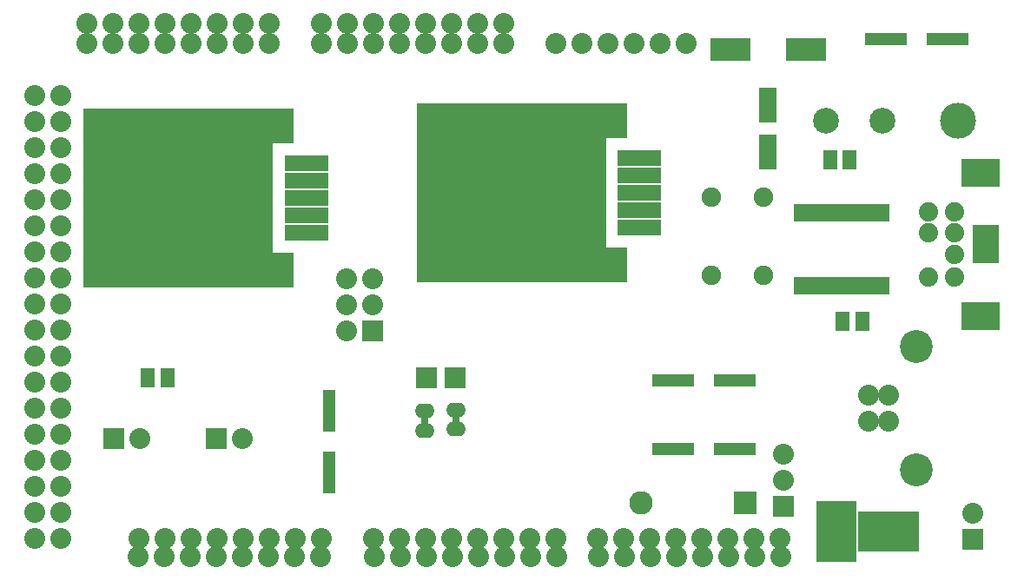
<source format=gts>
G04 (created by PCBNEW-RS274X (2011-nov-30)-testing) date Mon 04 Jun 2012 02:34:58 PM EDT*
%MOIN*%
G04 Gerber Fmt 3.4, Leading zero omitted, Abs format*
%FSLAX34Y34*%
G01*
G70*
G90*
G04 APERTURE LIST*
%ADD10C,0.006*%
%ADD11C,0.08*%
%ADD12O,0.075X0.055*%
%ADD13R,0.0277X0.0672*%
%ADD14R,0.08X0.08*%
%ADD15R,0.1617X0.0514*%
%ADD16R,0.2365X0.1577*%
%ADD17R,0.1577X0.2365*%
%ADD18C,0.1263*%
%ADD19R,0.036X0.07*%
%ADD20R,0.055X0.075*%
%ADD21C,0.074*%
%ADD22R,0.0987X0.146*%
%ADD23R,0.146X0.1054*%
%ADD24C,0.09*%
%ADD25R,0.09X0.09*%
%ADD26C,0.075*%
%ADD27R,0.0514X0.1617*%
%ADD28R,0.07X0.135*%
%ADD29R,0.155X0.085*%
%ADD30R,0.1695X0.0594*%
%ADD31R,0.1696X0.0594*%
%ADD32R,0.7286X0.6892*%
%ADD33R,0.0987X0.138*%
%ADD34C,0.0987*%
%ADD35C,0.1381*%
G04 APERTURE END LIST*
G54D10*
G54D11*
X11803Y889D03*
X10803Y889D03*
X9803Y889D03*
X8803Y889D03*
X7803Y889D03*
X6803Y889D03*
X5803Y889D03*
X4803Y889D03*
X2803Y19889D03*
X3803Y19889D03*
X4803Y19889D03*
X5803Y19889D03*
X9803Y19889D03*
X11803Y19889D03*
X12803Y19889D03*
X8803Y19889D03*
X7803Y19889D03*
X6803Y19889D03*
X13803Y19889D03*
X14803Y19889D03*
X15803Y19889D03*
X18803Y19889D03*
X17803Y19889D03*
X16803Y19889D03*
X20803Y19889D03*
X21803Y19889D03*
X22803Y19889D03*
X24803Y19889D03*
X25803Y19889D03*
X13803Y889D03*
X14803Y889D03*
X15803Y889D03*
X16803Y889D03*
X17803Y889D03*
X18803Y889D03*
X19803Y889D03*
X20803Y889D03*
X22403Y889D03*
X23403Y889D03*
X24403Y889D03*
X25403Y889D03*
X26403Y889D03*
X27403Y889D03*
X28403Y889D03*
X29403Y889D03*
X23803Y19889D03*
X1803Y1889D03*
X803Y1889D03*
X1803Y2889D03*
X803Y2889D03*
X1803Y3889D03*
X803Y3889D03*
X1803Y4889D03*
X803Y4889D03*
X1803Y889D03*
X803Y889D03*
X803Y5889D03*
X1803Y5889D03*
X1803Y6889D03*
X803Y6889D03*
X1803Y7889D03*
X803Y7889D03*
X1803Y8889D03*
X803Y8889D03*
X1803Y9889D03*
X803Y9889D03*
X1803Y10889D03*
X803Y10889D03*
X1803Y11889D03*
X803Y11889D03*
X1803Y12889D03*
X803Y12889D03*
X1803Y13889D03*
X803Y13889D03*
X1803Y14889D03*
X803Y14889D03*
X1803Y15889D03*
X803Y15889D03*
X1803Y16889D03*
X803Y16889D03*
X1803Y17889D03*
X803Y17889D03*
G54D12*
X16953Y5092D03*
X16954Y5841D03*
G54D13*
X16954Y5466D03*
G54D14*
X36811Y878D03*
G54D11*
X36811Y1878D03*
G54D15*
X27657Y4331D03*
X25295Y4331D03*
G54D16*
X33570Y1182D03*
G54D17*
X31570Y1182D03*
G54D11*
X32795Y6406D03*
X32795Y5406D03*
X33582Y5406D03*
X33582Y6406D03*
G54D18*
X34645Y8268D03*
X34645Y3544D03*
G54D19*
X33441Y13408D03*
X33191Y13408D03*
X32931Y13408D03*
X32671Y13408D03*
X32421Y13408D03*
X32161Y13408D03*
X31901Y13408D03*
X31651Y13408D03*
X31391Y13408D03*
X31141Y13408D03*
X30881Y13408D03*
X30621Y13408D03*
X30371Y13408D03*
X30111Y13408D03*
X30111Y10608D03*
X30371Y10608D03*
X30611Y10608D03*
X30881Y10608D03*
X31141Y10608D03*
X31391Y10608D03*
X31651Y10608D03*
X31901Y10608D03*
X32161Y10608D03*
X32421Y10608D03*
X32671Y10608D03*
X32931Y10608D03*
X33191Y10608D03*
X33441Y10608D03*
G54D20*
X31318Y15453D03*
X32068Y15453D03*
X5887Y7087D03*
X5137Y7087D03*
X31810Y9252D03*
X32560Y9252D03*
G54D14*
X29527Y2150D03*
G54D11*
X29527Y3150D03*
X29527Y4150D03*
G54D21*
X36113Y11805D03*
X36113Y12655D03*
X35113Y13455D03*
X35113Y10955D03*
X36113Y10955D03*
X36113Y13455D03*
G54D22*
X37313Y12205D03*
G54D23*
X37113Y14955D03*
X37113Y9455D03*
G54D21*
X35113Y12655D03*
G54D24*
X24083Y2264D03*
G54D25*
X28083Y2264D03*
G54D26*
X28756Y11000D03*
X26756Y11000D03*
X28756Y14000D03*
X26756Y14000D03*
G54D14*
X15847Y7088D03*
X16930Y7088D03*
G54D27*
X12106Y5807D03*
X12106Y3445D03*
G54D15*
X27657Y6988D03*
X25295Y6988D03*
X33465Y20079D03*
X35827Y20079D03*
G54D28*
X28937Y17535D03*
X28937Y15735D03*
G54D29*
X27487Y19685D03*
X30387Y19685D03*
G54D14*
X13753Y8879D03*
G54D11*
X12753Y8879D03*
X13753Y9879D03*
X12753Y9879D03*
X13753Y10879D03*
X12753Y10879D03*
G54D14*
X7768Y4724D03*
G54D11*
X8768Y4724D03*
G54D14*
X3831Y4724D03*
G54D11*
X4831Y4724D03*
G54D30*
X24015Y12834D03*
X24015Y13504D03*
G54D31*
X24015Y14173D03*
G54D30*
X24015Y14842D03*
X24015Y15512D03*
G54D32*
X19093Y14173D03*
G54D33*
X23030Y11417D03*
X23031Y16929D03*
G54D30*
X11220Y12637D03*
X11220Y13307D03*
G54D31*
X11220Y13976D03*
G54D30*
X11220Y14645D03*
X11220Y15315D03*
G54D32*
X6298Y13976D03*
G54D33*
X10235Y11221D03*
X10236Y16732D03*
G54D12*
X15780Y5052D03*
X15781Y5801D03*
G54D13*
X15781Y5426D03*
G54D34*
X33346Y16929D03*
X31181Y16929D03*
G54D35*
X36220Y16929D03*
G54D11*
X2798Y20662D03*
X3799Y20661D03*
X4799Y20661D03*
X5799Y20661D03*
X6799Y20661D03*
X7799Y20661D03*
X8799Y20661D03*
X9799Y20661D03*
X11769Y204D03*
X10768Y205D03*
X9768Y205D03*
X8768Y205D03*
X7768Y205D03*
X6768Y205D03*
X5768Y205D03*
X4768Y205D03*
X20824Y204D03*
X19823Y205D03*
X18823Y205D03*
X17823Y205D03*
X16823Y205D03*
X15823Y205D03*
X14823Y205D03*
X13823Y205D03*
X29426Y204D03*
X28425Y205D03*
X27425Y205D03*
X26425Y205D03*
X25425Y205D03*
X24425Y205D03*
X23425Y205D03*
X22425Y205D03*
X11794Y20662D03*
X12795Y20661D03*
X13795Y20661D03*
X14795Y20661D03*
X15795Y20661D03*
X16795Y20661D03*
X17795Y20661D03*
X18795Y20661D03*
M02*

</source>
